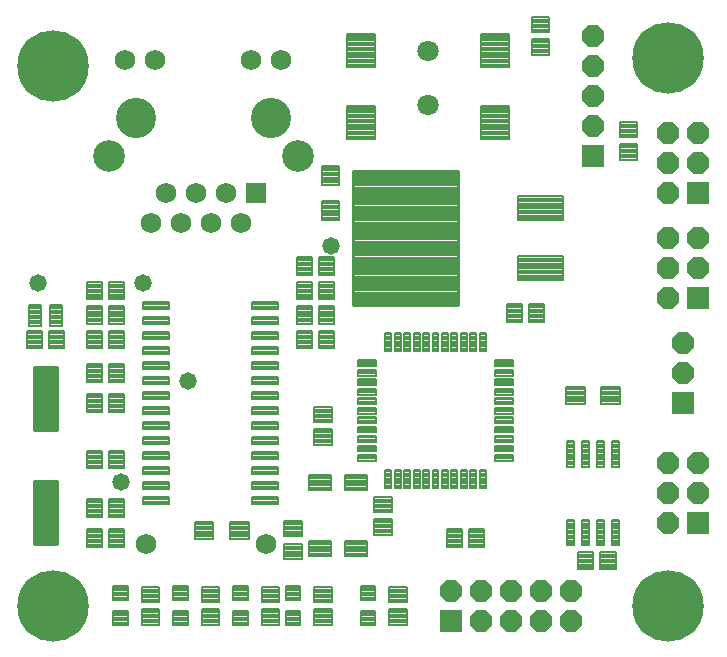
<source format=gts>
G75*
G70*
%OFA0B0*%
%FSLAX24Y24*%
%IPPOS*%
%LPD*%
%AMOC8*
5,1,8,0,0,1.08239X$1,22.5*
%
%ADD10C,0.0082*%
%ADD11C,0.0081*%
%ADD12C,0.0082*%
%ADD13C,0.0083*%
%ADD14C,0.0084*%
%ADD15C,0.0082*%
%ADD16C,0.0081*%
%ADD17C,0.0107*%
%ADD18C,0.0710*%
%ADD19C,0.0082*%
%ADD20C,0.0080*%
%ADD21R,0.0680X0.0680*%
%ADD22C,0.0680*%
%ADD23C,0.1340*%
%ADD24C,0.1055*%
%ADD25C,0.2380*%
%ADD26R,0.0720X0.0720*%
%ADD27OC8,0.0720*%
%ADD28C,0.0580*%
D10*
X006266Y010193D02*
X006266Y010427D01*
X006266Y010193D02*
X005402Y010193D01*
X005402Y010427D01*
X006266Y010427D01*
X006266Y010274D02*
X005402Y010274D01*
X005402Y010355D02*
X006266Y010355D01*
X006266Y010693D02*
X006266Y010927D01*
X006266Y010693D02*
X005402Y010693D01*
X005402Y010927D01*
X006266Y010927D01*
X006266Y010774D02*
X005402Y010774D01*
X005402Y010855D02*
X006266Y010855D01*
X006266Y011193D02*
X006266Y011427D01*
X006266Y011193D02*
X005402Y011193D01*
X005402Y011427D01*
X006266Y011427D01*
X006266Y011274D02*
X005402Y011274D01*
X005402Y011355D02*
X006266Y011355D01*
X006266Y011693D02*
X006266Y011927D01*
X006266Y011693D02*
X005402Y011693D01*
X005402Y011927D01*
X006266Y011927D01*
X006266Y011774D02*
X005402Y011774D01*
X005402Y011855D02*
X006266Y011855D01*
X006266Y012193D02*
X006266Y012427D01*
X006266Y012193D02*
X005402Y012193D01*
X005402Y012427D01*
X006266Y012427D01*
X006266Y012274D02*
X005402Y012274D01*
X005402Y012355D02*
X006266Y012355D01*
X006266Y012693D02*
X006266Y012927D01*
X006266Y012693D02*
X005402Y012693D01*
X005402Y012927D01*
X006266Y012927D01*
X006266Y012774D02*
X005402Y012774D01*
X005402Y012855D02*
X006266Y012855D01*
X006266Y013193D02*
X006266Y013427D01*
X006266Y013193D02*
X005402Y013193D01*
X005402Y013427D01*
X006266Y013427D01*
X006266Y013274D02*
X005402Y013274D01*
X005402Y013355D02*
X006266Y013355D01*
X006266Y013693D02*
X006266Y013927D01*
X006266Y013693D02*
X005402Y013693D01*
X005402Y013927D01*
X006266Y013927D01*
X006266Y013774D02*
X005402Y013774D01*
X005402Y013855D02*
X006266Y013855D01*
X006266Y014193D02*
X006266Y014427D01*
X006266Y014193D02*
X005402Y014193D01*
X005402Y014427D01*
X006266Y014427D01*
X006266Y014274D02*
X005402Y014274D01*
X005402Y014355D02*
X006266Y014355D01*
X006266Y014693D02*
X006266Y014927D01*
X006266Y014693D02*
X005402Y014693D01*
X005402Y014927D01*
X006266Y014927D01*
X006266Y014774D02*
X005402Y014774D01*
X005402Y014855D02*
X006266Y014855D01*
X006266Y015193D02*
X006266Y015427D01*
X006266Y015193D02*
X005402Y015193D01*
X005402Y015427D01*
X006266Y015427D01*
X006266Y015274D02*
X005402Y015274D01*
X005402Y015355D02*
X006266Y015355D01*
X006266Y015693D02*
X006266Y015927D01*
X006266Y015693D02*
X005402Y015693D01*
X005402Y015927D01*
X006266Y015927D01*
X006266Y015774D02*
X005402Y015774D01*
X005402Y015855D02*
X006266Y015855D01*
X006266Y016193D02*
X006266Y016427D01*
X006266Y016193D02*
X005402Y016193D01*
X005402Y016427D01*
X006266Y016427D01*
X006266Y016274D02*
X005402Y016274D01*
X005402Y016355D02*
X006266Y016355D01*
X006266Y016693D02*
X006266Y016927D01*
X006266Y016693D02*
X005402Y016693D01*
X005402Y016927D01*
X006266Y016927D01*
X006266Y016774D02*
X005402Y016774D01*
X005402Y016855D02*
X006266Y016855D01*
X009888Y016927D02*
X009888Y016693D01*
X009024Y016693D01*
X009024Y016927D01*
X009888Y016927D01*
X009888Y016774D02*
X009024Y016774D01*
X009024Y016855D02*
X009888Y016855D01*
X009888Y016427D02*
X009888Y016193D01*
X009024Y016193D01*
X009024Y016427D01*
X009888Y016427D01*
X009888Y016274D02*
X009024Y016274D01*
X009024Y016355D02*
X009888Y016355D01*
X009888Y015927D02*
X009888Y015693D01*
X009024Y015693D01*
X009024Y015927D01*
X009888Y015927D01*
X009888Y015774D02*
X009024Y015774D01*
X009024Y015855D02*
X009888Y015855D01*
X009888Y015427D02*
X009888Y015193D01*
X009024Y015193D01*
X009024Y015427D01*
X009888Y015427D01*
X009888Y015274D02*
X009024Y015274D01*
X009024Y015355D02*
X009888Y015355D01*
X009888Y014927D02*
X009888Y014693D01*
X009024Y014693D01*
X009024Y014927D01*
X009888Y014927D01*
X009888Y014774D02*
X009024Y014774D01*
X009024Y014855D02*
X009888Y014855D01*
X009888Y014427D02*
X009888Y014193D01*
X009024Y014193D01*
X009024Y014427D01*
X009888Y014427D01*
X009888Y014274D02*
X009024Y014274D01*
X009024Y014355D02*
X009888Y014355D01*
X009888Y013927D02*
X009888Y013693D01*
X009024Y013693D01*
X009024Y013927D01*
X009888Y013927D01*
X009888Y013774D02*
X009024Y013774D01*
X009024Y013855D02*
X009888Y013855D01*
X009888Y013427D02*
X009888Y013193D01*
X009024Y013193D01*
X009024Y013427D01*
X009888Y013427D01*
X009888Y013274D02*
X009024Y013274D01*
X009024Y013355D02*
X009888Y013355D01*
X009888Y012927D02*
X009888Y012693D01*
X009024Y012693D01*
X009024Y012927D01*
X009888Y012927D01*
X009888Y012774D02*
X009024Y012774D01*
X009024Y012855D02*
X009888Y012855D01*
X009888Y012427D02*
X009888Y012193D01*
X009024Y012193D01*
X009024Y012427D01*
X009888Y012427D01*
X009888Y012274D02*
X009024Y012274D01*
X009024Y012355D02*
X009888Y012355D01*
X009888Y011927D02*
X009888Y011693D01*
X009024Y011693D01*
X009024Y011927D01*
X009888Y011927D01*
X009888Y011774D02*
X009024Y011774D01*
X009024Y011855D02*
X009888Y011855D01*
X009888Y011427D02*
X009888Y011193D01*
X009024Y011193D01*
X009024Y011427D01*
X009888Y011427D01*
X009888Y011274D02*
X009024Y011274D01*
X009024Y011355D02*
X009888Y011355D01*
X009888Y010927D02*
X009888Y010693D01*
X009024Y010693D01*
X009024Y010927D01*
X009888Y010927D01*
X009888Y010774D02*
X009024Y010774D01*
X009024Y010855D02*
X009888Y010855D01*
X009888Y010427D02*
X009888Y010193D01*
X009024Y010193D01*
X009024Y010427D01*
X009888Y010427D01*
X009888Y010274D02*
X009024Y010274D01*
X009024Y010355D02*
X009888Y010355D01*
X019528Y009681D02*
X019762Y009681D01*
X019762Y008817D01*
X019528Y008817D01*
X019528Y009681D01*
X019528Y008898D02*
X019762Y008898D01*
X019762Y008979D02*
X019528Y008979D01*
X019528Y009060D02*
X019762Y009060D01*
X019762Y009141D02*
X019528Y009141D01*
X019528Y009222D02*
X019762Y009222D01*
X019762Y009303D02*
X019528Y009303D01*
X019528Y009384D02*
X019762Y009384D01*
X019762Y009465D02*
X019528Y009465D01*
X019528Y009546D02*
X019762Y009546D01*
X019762Y009627D02*
X019528Y009627D01*
X020028Y009681D02*
X020262Y009681D01*
X020262Y008817D01*
X020028Y008817D01*
X020028Y009681D01*
X020028Y008898D02*
X020262Y008898D01*
X020262Y008979D02*
X020028Y008979D01*
X020028Y009060D02*
X020262Y009060D01*
X020262Y009141D02*
X020028Y009141D01*
X020028Y009222D02*
X020262Y009222D01*
X020262Y009303D02*
X020028Y009303D01*
X020028Y009384D02*
X020262Y009384D01*
X020262Y009465D02*
X020028Y009465D01*
X020028Y009546D02*
X020262Y009546D01*
X020262Y009627D02*
X020028Y009627D01*
X020528Y009681D02*
X020762Y009681D01*
X020762Y008817D01*
X020528Y008817D01*
X020528Y009681D01*
X020528Y008898D02*
X020762Y008898D01*
X020762Y008979D02*
X020528Y008979D01*
X020528Y009060D02*
X020762Y009060D01*
X020762Y009141D02*
X020528Y009141D01*
X020528Y009222D02*
X020762Y009222D01*
X020762Y009303D02*
X020528Y009303D01*
X020528Y009384D02*
X020762Y009384D01*
X020762Y009465D02*
X020528Y009465D01*
X020528Y009546D02*
X020762Y009546D01*
X020762Y009627D02*
X020528Y009627D01*
X021028Y009681D02*
X021262Y009681D01*
X021262Y008817D01*
X021028Y008817D01*
X021028Y009681D01*
X021028Y008898D02*
X021262Y008898D01*
X021262Y008979D02*
X021028Y008979D01*
X021028Y009060D02*
X021262Y009060D01*
X021262Y009141D02*
X021028Y009141D01*
X021028Y009222D02*
X021262Y009222D01*
X021262Y009303D02*
X021028Y009303D01*
X021028Y009384D02*
X021262Y009384D01*
X021262Y009465D02*
X021028Y009465D01*
X021028Y009546D02*
X021262Y009546D01*
X021262Y009627D02*
X021028Y009627D01*
X021028Y012303D02*
X021262Y012303D01*
X021262Y011439D01*
X021028Y011439D01*
X021028Y012303D01*
X021028Y011520D02*
X021262Y011520D01*
X021262Y011601D02*
X021028Y011601D01*
X021028Y011682D02*
X021262Y011682D01*
X021262Y011763D02*
X021028Y011763D01*
X021028Y011844D02*
X021262Y011844D01*
X021262Y011925D02*
X021028Y011925D01*
X021028Y012006D02*
X021262Y012006D01*
X021262Y012087D02*
X021028Y012087D01*
X021028Y012168D02*
X021262Y012168D01*
X021262Y012249D02*
X021028Y012249D01*
X020762Y012303D02*
X020528Y012303D01*
X020762Y012303D02*
X020762Y011439D01*
X020528Y011439D01*
X020528Y012303D01*
X020528Y011520D02*
X020762Y011520D01*
X020762Y011601D02*
X020528Y011601D01*
X020528Y011682D02*
X020762Y011682D01*
X020762Y011763D02*
X020528Y011763D01*
X020528Y011844D02*
X020762Y011844D01*
X020762Y011925D02*
X020528Y011925D01*
X020528Y012006D02*
X020762Y012006D01*
X020762Y012087D02*
X020528Y012087D01*
X020528Y012168D02*
X020762Y012168D01*
X020762Y012249D02*
X020528Y012249D01*
X020262Y012303D02*
X020028Y012303D01*
X020262Y012303D02*
X020262Y011439D01*
X020028Y011439D01*
X020028Y012303D01*
X020028Y011520D02*
X020262Y011520D01*
X020262Y011601D02*
X020028Y011601D01*
X020028Y011682D02*
X020262Y011682D01*
X020262Y011763D02*
X020028Y011763D01*
X020028Y011844D02*
X020262Y011844D01*
X020262Y011925D02*
X020028Y011925D01*
X020028Y012006D02*
X020262Y012006D01*
X020262Y012087D02*
X020028Y012087D01*
X020028Y012168D02*
X020262Y012168D01*
X020262Y012249D02*
X020028Y012249D01*
X019762Y012303D02*
X019528Y012303D01*
X019762Y012303D02*
X019762Y011439D01*
X019528Y011439D01*
X019528Y012303D01*
X019528Y011520D02*
X019762Y011520D01*
X019762Y011601D02*
X019528Y011601D01*
X019528Y011682D02*
X019762Y011682D01*
X019762Y011763D02*
X019528Y011763D01*
X019528Y011844D02*
X019762Y011844D01*
X019762Y011925D02*
X019528Y011925D01*
X019528Y012006D02*
X019762Y012006D01*
X019762Y012087D02*
X019528Y012087D01*
X019528Y012168D02*
X019762Y012168D01*
X019762Y012249D02*
X019528Y012249D01*
D11*
X012125Y011160D02*
X012125Y010660D01*
X012125Y011160D02*
X012865Y011160D01*
X012865Y010660D01*
X012125Y010660D01*
X012125Y010740D02*
X012865Y010740D01*
X012865Y010820D02*
X012125Y010820D01*
X012125Y010900D02*
X012865Y010900D01*
X012865Y010980D02*
X012125Y010980D01*
X012125Y011060D02*
X012865Y011060D01*
X012865Y011140D02*
X012125Y011140D01*
X010925Y011160D02*
X010925Y010660D01*
X010925Y011160D02*
X011665Y011160D01*
X011665Y010660D01*
X010925Y010660D01*
X010925Y010740D02*
X011665Y010740D01*
X011665Y010820D02*
X010925Y010820D01*
X010925Y010900D02*
X011665Y010900D01*
X011665Y010980D02*
X010925Y010980D01*
X010925Y011060D02*
X011665Y011060D01*
X011665Y011140D02*
X010925Y011140D01*
X010925Y008960D02*
X010925Y008460D01*
X010925Y008960D02*
X011665Y008960D01*
X011665Y008460D01*
X010925Y008460D01*
X010925Y008540D02*
X011665Y008540D01*
X011665Y008620D02*
X010925Y008620D01*
X010925Y008700D02*
X011665Y008700D01*
X011665Y008780D02*
X010925Y008780D01*
X010925Y008860D02*
X011665Y008860D01*
X011665Y008940D02*
X010925Y008940D01*
X012125Y008960D02*
X012125Y008460D01*
X012125Y008960D02*
X012865Y008960D01*
X012865Y008460D01*
X012125Y008460D01*
X012125Y008540D02*
X012865Y008540D01*
X012865Y008620D02*
X012125Y008620D01*
X012125Y008700D02*
X012865Y008700D01*
X012865Y008780D02*
X012125Y008780D01*
X012125Y008860D02*
X012865Y008860D01*
X012865Y008940D02*
X012125Y008940D01*
D12*
X008925Y009584D02*
X008297Y009584D01*
X008925Y009584D02*
X008925Y009036D01*
X008297Y009036D01*
X008297Y009584D01*
X008297Y009117D02*
X008925Y009117D01*
X008925Y009198D02*
X008297Y009198D01*
X008297Y009279D02*
X008925Y009279D01*
X008925Y009360D02*
X008297Y009360D01*
X008297Y009441D02*
X008925Y009441D01*
X008925Y009522D02*
X008297Y009522D01*
X007743Y009036D02*
X007115Y009036D01*
X007115Y009584D01*
X007743Y009584D01*
X007743Y009036D01*
X007743Y009117D02*
X007115Y009117D01*
X007115Y009198D02*
X007743Y009198D01*
X007743Y009279D02*
X007115Y009279D01*
X007115Y009360D02*
X007743Y009360D01*
X007743Y009441D02*
X007115Y009441D01*
X007115Y009522D02*
X007743Y009522D01*
X019490Y013536D02*
X020118Y013536D01*
X019490Y013536D02*
X019490Y014084D01*
X020118Y014084D01*
X020118Y013536D01*
X020118Y013617D02*
X019490Y013617D01*
X019490Y013698D02*
X020118Y013698D01*
X020118Y013779D02*
X019490Y013779D01*
X019490Y013860D02*
X020118Y013860D01*
X020118Y013941D02*
X019490Y013941D01*
X019490Y014022D02*
X020118Y014022D01*
X020672Y014084D02*
X021300Y014084D01*
X021300Y013536D01*
X020672Y013536D01*
X020672Y014084D01*
X020672Y013617D02*
X021300Y013617D01*
X021300Y013698D02*
X020672Y013698D01*
X020672Y013779D02*
X021300Y013779D01*
X021300Y013860D02*
X020672Y013860D01*
X020672Y013941D02*
X021300Y013941D01*
X021300Y014022D02*
X020672Y014022D01*
X011919Y019655D02*
X011919Y020283D01*
X011919Y019655D02*
X011371Y019655D01*
X011371Y020283D01*
X011919Y020283D01*
X011919Y019736D02*
X011371Y019736D01*
X011371Y019817D02*
X011919Y019817D01*
X011919Y019898D02*
X011371Y019898D01*
X011371Y019979D02*
X011919Y019979D01*
X011919Y020060D02*
X011371Y020060D01*
X011371Y020141D02*
X011919Y020141D01*
X011919Y020222D02*
X011371Y020222D01*
X011371Y020836D02*
X011371Y021464D01*
X011919Y021464D01*
X011919Y020836D01*
X011371Y020836D01*
X011371Y020917D02*
X011919Y020917D01*
X011919Y020998D02*
X011371Y020998D01*
X011371Y021079D02*
X011919Y021079D01*
X011919Y021160D02*
X011371Y021160D01*
X011371Y021241D02*
X011919Y021241D01*
X011919Y021322D02*
X011371Y021322D01*
X011371Y021403D02*
X011919Y021403D01*
D13*
X004880Y006161D02*
X004410Y006161D01*
X004410Y006631D01*
X004880Y006631D01*
X004880Y006161D01*
X004880Y006243D02*
X004410Y006243D01*
X004410Y006325D02*
X004880Y006325D01*
X004880Y006407D02*
X004410Y006407D01*
X004410Y006489D02*
X004880Y006489D01*
X004880Y006571D02*
X004410Y006571D01*
X004410Y006988D02*
X004880Y006988D01*
X004410Y006988D02*
X004410Y007458D01*
X004880Y007458D01*
X004880Y006988D01*
X004880Y007070D02*
X004410Y007070D01*
X004410Y007152D02*
X004880Y007152D01*
X004880Y007234D02*
X004410Y007234D01*
X004410Y007316D02*
X004880Y007316D01*
X004880Y007398D02*
X004410Y007398D01*
X005351Y007439D02*
X005351Y006929D01*
X005351Y007439D02*
X005939Y007439D01*
X005939Y006929D01*
X005351Y006929D01*
X005351Y007011D02*
X005939Y007011D01*
X005939Y007093D02*
X005351Y007093D01*
X005351Y007175D02*
X005939Y007175D01*
X005939Y007257D02*
X005351Y007257D01*
X005351Y007339D02*
X005939Y007339D01*
X005939Y007421D02*
X005351Y007421D01*
X005351Y006691D02*
X005351Y006181D01*
X005351Y006691D02*
X005939Y006691D01*
X005939Y006181D01*
X005351Y006181D01*
X005351Y006263D02*
X005939Y006263D01*
X005939Y006345D02*
X005351Y006345D01*
X005351Y006427D02*
X005939Y006427D01*
X005939Y006509D02*
X005351Y006509D01*
X005351Y006591D02*
X005939Y006591D01*
X005939Y006673D02*
X005351Y006673D01*
X006410Y006161D02*
X006880Y006161D01*
X006410Y006161D02*
X006410Y006631D01*
X006880Y006631D01*
X006880Y006161D01*
X006880Y006243D02*
X006410Y006243D01*
X006410Y006325D02*
X006880Y006325D01*
X006880Y006407D02*
X006410Y006407D01*
X006410Y006489D02*
X006880Y006489D01*
X006880Y006571D02*
X006410Y006571D01*
X006410Y006988D02*
X006880Y006988D01*
X006410Y006988D02*
X006410Y007458D01*
X006880Y007458D01*
X006880Y006988D01*
X006880Y007070D02*
X006410Y007070D01*
X006410Y007152D02*
X006880Y007152D01*
X006880Y007234D02*
X006410Y007234D01*
X006410Y007316D02*
X006880Y007316D01*
X006880Y007398D02*
X006410Y007398D01*
X007351Y007439D02*
X007351Y006929D01*
X007351Y007439D02*
X007939Y007439D01*
X007939Y006929D01*
X007351Y006929D01*
X007351Y007011D02*
X007939Y007011D01*
X007939Y007093D02*
X007351Y007093D01*
X007351Y007175D02*
X007939Y007175D01*
X007939Y007257D02*
X007351Y007257D01*
X007351Y007339D02*
X007939Y007339D01*
X007939Y007421D02*
X007351Y007421D01*
X007351Y006691D02*
X007351Y006181D01*
X007351Y006691D02*
X007939Y006691D01*
X007939Y006181D01*
X007351Y006181D01*
X007351Y006263D02*
X007939Y006263D01*
X007939Y006345D02*
X007351Y006345D01*
X007351Y006427D02*
X007939Y006427D01*
X007939Y006509D02*
X007351Y006509D01*
X007351Y006591D02*
X007939Y006591D01*
X007939Y006673D02*
X007351Y006673D01*
X008410Y006161D02*
X008880Y006161D01*
X008410Y006161D02*
X008410Y006631D01*
X008880Y006631D01*
X008880Y006161D01*
X008880Y006243D02*
X008410Y006243D01*
X008410Y006325D02*
X008880Y006325D01*
X008880Y006407D02*
X008410Y006407D01*
X008410Y006489D02*
X008880Y006489D01*
X008880Y006571D02*
X008410Y006571D01*
X008410Y006988D02*
X008880Y006988D01*
X008410Y006988D02*
X008410Y007458D01*
X008880Y007458D01*
X008880Y006988D01*
X008880Y007070D02*
X008410Y007070D01*
X008410Y007152D02*
X008880Y007152D01*
X008880Y007234D02*
X008410Y007234D01*
X008410Y007316D02*
X008880Y007316D01*
X008880Y007398D02*
X008410Y007398D01*
X009351Y007439D02*
X009351Y006929D01*
X009351Y007439D02*
X009939Y007439D01*
X009939Y006929D01*
X009351Y006929D01*
X009351Y007011D02*
X009939Y007011D01*
X009939Y007093D02*
X009351Y007093D01*
X009351Y007175D02*
X009939Y007175D01*
X009939Y007257D02*
X009351Y007257D01*
X009351Y007339D02*
X009939Y007339D01*
X009939Y007421D02*
X009351Y007421D01*
X009351Y006691D02*
X009351Y006181D01*
X009351Y006691D02*
X009939Y006691D01*
X009939Y006181D01*
X009351Y006181D01*
X009351Y006263D02*
X009939Y006263D01*
X009939Y006345D02*
X009351Y006345D01*
X009351Y006427D02*
X009939Y006427D01*
X009939Y006509D02*
X009351Y006509D01*
X009351Y006591D02*
X009939Y006591D01*
X009939Y006673D02*
X009351Y006673D01*
X010160Y006161D02*
X010630Y006161D01*
X010160Y006161D02*
X010160Y006631D01*
X010630Y006631D01*
X010630Y006161D01*
X010630Y006243D02*
X010160Y006243D01*
X010160Y006325D02*
X010630Y006325D01*
X010630Y006407D02*
X010160Y006407D01*
X010160Y006489D02*
X010630Y006489D01*
X010630Y006571D02*
X010160Y006571D01*
X010160Y006988D02*
X010630Y006988D01*
X010160Y006988D02*
X010160Y007458D01*
X010630Y007458D01*
X010630Y006988D01*
X010630Y007070D02*
X010160Y007070D01*
X010160Y007152D02*
X010630Y007152D01*
X010630Y007234D02*
X010160Y007234D01*
X010160Y007316D02*
X010630Y007316D01*
X010630Y007398D02*
X010160Y007398D01*
X011101Y007439D02*
X011101Y006929D01*
X011101Y007439D02*
X011689Y007439D01*
X011689Y006929D01*
X011101Y006929D01*
X011101Y007011D02*
X011689Y007011D01*
X011689Y007093D02*
X011101Y007093D01*
X011101Y007175D02*
X011689Y007175D01*
X011689Y007257D02*
X011101Y007257D01*
X011101Y007339D02*
X011689Y007339D01*
X011689Y007421D02*
X011101Y007421D01*
X011101Y006691D02*
X011101Y006181D01*
X011101Y006691D02*
X011689Y006691D01*
X011689Y006181D01*
X011101Y006181D01*
X011101Y006263D02*
X011689Y006263D01*
X011689Y006345D02*
X011101Y006345D01*
X011101Y006427D02*
X011689Y006427D01*
X011689Y006509D02*
X011101Y006509D01*
X011101Y006591D02*
X011689Y006591D01*
X011689Y006673D02*
X011101Y006673D01*
X012660Y006161D02*
X013130Y006161D01*
X012660Y006161D02*
X012660Y006631D01*
X013130Y006631D01*
X013130Y006161D01*
X013130Y006243D02*
X012660Y006243D01*
X012660Y006325D02*
X013130Y006325D01*
X013130Y006407D02*
X012660Y006407D01*
X012660Y006489D02*
X013130Y006489D01*
X013130Y006571D02*
X012660Y006571D01*
X012660Y006988D02*
X013130Y006988D01*
X012660Y006988D02*
X012660Y007458D01*
X013130Y007458D01*
X013130Y006988D01*
X013130Y007070D02*
X012660Y007070D01*
X012660Y007152D02*
X013130Y007152D01*
X013130Y007234D02*
X012660Y007234D01*
X012660Y007316D02*
X013130Y007316D01*
X013130Y007398D02*
X012660Y007398D01*
X013601Y007439D02*
X013601Y006929D01*
X013601Y007439D02*
X014189Y007439D01*
X014189Y006929D01*
X013601Y006929D01*
X013601Y007011D02*
X014189Y007011D01*
X014189Y007093D02*
X013601Y007093D01*
X013601Y007175D02*
X014189Y007175D01*
X014189Y007257D02*
X013601Y007257D01*
X013601Y007339D02*
X014189Y007339D01*
X014189Y007421D02*
X013601Y007421D01*
X013601Y006691D02*
X013601Y006181D01*
X013601Y006691D02*
X014189Y006691D01*
X014189Y006181D01*
X013601Y006181D01*
X013601Y006263D02*
X014189Y006263D01*
X014189Y006345D02*
X013601Y006345D01*
X013601Y006427D02*
X014189Y006427D01*
X014189Y006509D02*
X013601Y006509D01*
X013601Y006591D02*
X014189Y006591D01*
X014189Y006673D02*
X013601Y006673D01*
X010101Y008368D02*
X010101Y008878D01*
X010689Y008878D01*
X010689Y008368D01*
X010101Y008368D01*
X010101Y008450D02*
X010689Y008450D01*
X010689Y008532D02*
X010101Y008532D01*
X010101Y008614D02*
X010689Y008614D01*
X010689Y008696D02*
X010101Y008696D01*
X010101Y008778D02*
X010689Y008778D01*
X010689Y008860D02*
X010101Y008860D01*
X010101Y009116D02*
X010101Y009626D01*
X010689Y009626D01*
X010689Y009116D01*
X010101Y009116D01*
X010101Y009198D02*
X010689Y009198D01*
X010689Y009280D02*
X010101Y009280D01*
X010101Y009362D02*
X010689Y009362D01*
X010689Y009444D02*
X010101Y009444D01*
X010101Y009526D02*
X010689Y009526D01*
X010689Y009608D02*
X010101Y009608D01*
X013101Y009691D02*
X013101Y009181D01*
X013101Y009691D02*
X013689Y009691D01*
X013689Y009181D01*
X013101Y009181D01*
X013101Y009263D02*
X013689Y009263D01*
X013689Y009345D02*
X013101Y009345D01*
X013101Y009427D02*
X013689Y009427D01*
X013689Y009509D02*
X013101Y009509D01*
X013101Y009591D02*
X013689Y009591D01*
X013689Y009673D02*
X013101Y009673D01*
X013101Y009929D02*
X013101Y010439D01*
X013689Y010439D01*
X013689Y009929D01*
X013101Y009929D01*
X013101Y010011D02*
X013689Y010011D01*
X013689Y010093D02*
X013101Y010093D01*
X013101Y010175D02*
X013689Y010175D01*
X013689Y010257D02*
X013101Y010257D01*
X013101Y010339D02*
X013689Y010339D01*
X013689Y010421D02*
X013101Y010421D01*
X015516Y009354D02*
X016026Y009354D01*
X016026Y008766D01*
X015516Y008766D01*
X015516Y009354D01*
X015516Y008848D02*
X016026Y008848D01*
X016026Y008930D02*
X015516Y008930D01*
X015516Y009012D02*
X016026Y009012D01*
X016026Y009094D02*
X015516Y009094D01*
X015516Y009176D02*
X016026Y009176D01*
X016026Y009258D02*
X015516Y009258D01*
X015516Y009340D02*
X016026Y009340D01*
X016264Y009354D02*
X016774Y009354D01*
X016774Y008766D01*
X016264Y008766D01*
X016264Y009354D01*
X016264Y008848D02*
X016774Y008848D01*
X016774Y008930D02*
X016264Y008930D01*
X016264Y009012D02*
X016774Y009012D01*
X016774Y009094D02*
X016264Y009094D01*
X016264Y009176D02*
X016774Y009176D01*
X016774Y009258D02*
X016264Y009258D01*
X016264Y009340D02*
X016774Y009340D01*
X019891Y008604D02*
X020401Y008604D01*
X020401Y008016D01*
X019891Y008016D01*
X019891Y008604D01*
X019891Y008098D02*
X020401Y008098D01*
X020401Y008180D02*
X019891Y008180D01*
X019891Y008262D02*
X020401Y008262D01*
X020401Y008344D02*
X019891Y008344D01*
X019891Y008426D02*
X020401Y008426D01*
X020401Y008508D02*
X019891Y008508D01*
X019891Y008590D02*
X020401Y008590D01*
X020639Y008604D02*
X021149Y008604D01*
X021149Y008016D01*
X020639Y008016D01*
X020639Y008604D01*
X020639Y008098D02*
X021149Y008098D01*
X021149Y008180D02*
X020639Y008180D01*
X020639Y008262D02*
X021149Y008262D01*
X021149Y008344D02*
X020639Y008344D01*
X020639Y008426D02*
X021149Y008426D01*
X021149Y008508D02*
X020639Y008508D01*
X020639Y008590D02*
X021149Y008590D01*
X011101Y012181D02*
X011101Y012691D01*
X011689Y012691D01*
X011689Y012181D01*
X011101Y012181D01*
X011101Y012263D02*
X011689Y012263D01*
X011689Y012345D02*
X011101Y012345D01*
X011101Y012427D02*
X011689Y012427D01*
X011689Y012509D02*
X011101Y012509D01*
X011101Y012591D02*
X011689Y012591D01*
X011689Y012673D02*
X011101Y012673D01*
X011101Y012929D02*
X011101Y013439D01*
X011689Y013439D01*
X011689Y012929D01*
X011101Y012929D01*
X011101Y013011D02*
X011689Y013011D01*
X011689Y013093D02*
X011101Y013093D01*
X011101Y013175D02*
X011689Y013175D01*
X011689Y013257D02*
X011101Y013257D01*
X011101Y013339D02*
X011689Y013339D01*
X011689Y013421D02*
X011101Y013421D01*
X011026Y015391D02*
X010516Y015391D01*
X010516Y015979D01*
X011026Y015979D01*
X011026Y015391D01*
X011026Y015473D02*
X010516Y015473D01*
X010516Y015555D02*
X011026Y015555D01*
X011026Y015637D02*
X010516Y015637D01*
X010516Y015719D02*
X011026Y015719D01*
X011026Y015801D02*
X010516Y015801D01*
X010516Y015883D02*
X011026Y015883D01*
X011026Y015965D02*
X010516Y015965D01*
X010516Y016203D02*
X011026Y016203D01*
X010516Y016203D02*
X010516Y016791D01*
X011026Y016791D01*
X011026Y016203D01*
X011026Y016285D02*
X010516Y016285D01*
X010516Y016367D02*
X011026Y016367D01*
X011026Y016449D02*
X010516Y016449D01*
X010516Y016531D02*
X011026Y016531D01*
X011026Y016613D02*
X010516Y016613D01*
X010516Y016695D02*
X011026Y016695D01*
X011026Y016777D02*
X010516Y016777D01*
X010516Y017604D02*
X011026Y017604D01*
X011026Y017016D01*
X010516Y017016D01*
X010516Y017604D01*
X010516Y017098D02*
X011026Y017098D01*
X011026Y017180D02*
X010516Y017180D01*
X010516Y017262D02*
X011026Y017262D01*
X011026Y017344D02*
X010516Y017344D01*
X010516Y017426D02*
X011026Y017426D01*
X011026Y017508D02*
X010516Y017508D01*
X010516Y017590D02*
X011026Y017590D01*
X011264Y017604D02*
X011774Y017604D01*
X011774Y017016D01*
X011264Y017016D01*
X011264Y017604D01*
X011264Y017098D02*
X011774Y017098D01*
X011774Y017180D02*
X011264Y017180D01*
X011264Y017262D02*
X011774Y017262D01*
X011774Y017344D02*
X011264Y017344D01*
X011264Y017426D02*
X011774Y017426D01*
X011774Y017508D02*
X011264Y017508D01*
X011264Y017590D02*
X011774Y017590D01*
X011774Y018416D02*
X011264Y018416D01*
X011774Y018416D02*
X011774Y017828D01*
X011264Y017828D01*
X011264Y018416D01*
X011264Y017910D02*
X011774Y017910D01*
X011774Y017992D02*
X011264Y017992D01*
X011264Y018074D02*
X011774Y018074D01*
X011774Y018156D02*
X011264Y018156D01*
X011264Y018238D02*
X011774Y018238D01*
X011774Y018320D02*
X011264Y018320D01*
X011264Y018402D02*
X011774Y018402D01*
X011026Y018416D02*
X010516Y018416D01*
X011026Y018416D02*
X011026Y017828D01*
X010516Y017828D01*
X010516Y018416D01*
X010516Y017910D02*
X011026Y017910D01*
X011026Y017992D02*
X010516Y017992D01*
X010516Y018074D02*
X011026Y018074D01*
X011026Y018156D02*
X010516Y018156D01*
X010516Y018238D02*
X011026Y018238D01*
X011026Y018320D02*
X010516Y018320D01*
X010516Y018402D02*
X011026Y018402D01*
X011264Y016203D02*
X011774Y016203D01*
X011264Y016203D02*
X011264Y016791D01*
X011774Y016791D01*
X011774Y016203D01*
X011774Y016285D02*
X011264Y016285D01*
X011264Y016367D02*
X011774Y016367D01*
X011774Y016449D02*
X011264Y016449D01*
X011264Y016531D02*
X011774Y016531D01*
X011774Y016613D02*
X011264Y016613D01*
X011264Y016695D02*
X011774Y016695D01*
X011774Y016777D02*
X011264Y016777D01*
X011264Y015391D02*
X011774Y015391D01*
X011264Y015391D02*
X011264Y015979D01*
X011774Y015979D01*
X011774Y015391D01*
X011774Y015473D02*
X011264Y015473D01*
X011264Y015555D02*
X011774Y015555D01*
X011774Y015637D02*
X011264Y015637D01*
X011264Y015719D02*
X011774Y015719D01*
X011774Y015801D02*
X011264Y015801D01*
X011264Y015883D02*
X011774Y015883D01*
X011774Y015965D02*
X011264Y015965D01*
X017516Y016266D02*
X018026Y016266D01*
X017516Y016266D02*
X017516Y016854D01*
X018026Y016854D01*
X018026Y016266D01*
X018026Y016348D02*
X017516Y016348D01*
X017516Y016430D02*
X018026Y016430D01*
X018026Y016512D02*
X017516Y016512D01*
X017516Y016594D02*
X018026Y016594D01*
X018026Y016676D02*
X017516Y016676D01*
X017516Y016758D02*
X018026Y016758D01*
X018026Y016840D02*
X017516Y016840D01*
X018264Y016266D02*
X018774Y016266D01*
X018264Y016266D02*
X018264Y016854D01*
X018774Y016854D01*
X018774Y016266D01*
X018774Y016348D02*
X018264Y016348D01*
X018264Y016430D02*
X018774Y016430D01*
X018774Y016512D02*
X018264Y016512D01*
X018264Y016594D02*
X018774Y016594D01*
X018774Y016676D02*
X018264Y016676D01*
X018264Y016758D02*
X018774Y016758D01*
X018774Y016840D02*
X018264Y016840D01*
X021877Y021681D02*
X021877Y022191D01*
X021877Y021681D02*
X021289Y021681D01*
X021289Y022191D01*
X021877Y022191D01*
X021877Y021763D02*
X021289Y021763D01*
X021289Y021845D02*
X021877Y021845D01*
X021877Y021927D02*
X021289Y021927D01*
X021289Y022009D02*
X021877Y022009D01*
X021877Y022091D02*
X021289Y022091D01*
X021289Y022173D02*
X021877Y022173D01*
X021877Y022429D02*
X021877Y022939D01*
X021877Y022429D02*
X021289Y022429D01*
X021289Y022939D01*
X021877Y022939D01*
X021877Y022511D02*
X021289Y022511D01*
X021289Y022593D02*
X021877Y022593D01*
X021877Y022675D02*
X021289Y022675D01*
X021289Y022757D02*
X021877Y022757D01*
X021877Y022839D02*
X021289Y022839D01*
X021289Y022921D02*
X021877Y022921D01*
X018939Y025181D02*
X018939Y025691D01*
X018939Y025181D02*
X018351Y025181D01*
X018351Y025691D01*
X018939Y025691D01*
X018939Y025263D02*
X018351Y025263D01*
X018351Y025345D02*
X018939Y025345D01*
X018939Y025427D02*
X018351Y025427D01*
X018351Y025509D02*
X018939Y025509D01*
X018939Y025591D02*
X018351Y025591D01*
X018351Y025673D02*
X018939Y025673D01*
X018939Y025929D02*
X018939Y026439D01*
X018939Y025929D02*
X018351Y025929D01*
X018351Y026439D01*
X018939Y026439D01*
X018939Y026011D02*
X018351Y026011D01*
X018351Y026093D02*
X018939Y026093D01*
X018939Y026175D02*
X018351Y026175D01*
X018351Y026257D02*
X018939Y026257D01*
X018939Y026339D02*
X018351Y026339D01*
X018351Y026421D02*
X018939Y026421D01*
X004774Y017604D02*
X004264Y017604D01*
X004774Y017604D02*
X004774Y017016D01*
X004264Y017016D01*
X004264Y017604D01*
X004264Y017098D02*
X004774Y017098D01*
X004774Y017180D02*
X004264Y017180D01*
X004264Y017262D02*
X004774Y017262D01*
X004774Y017344D02*
X004264Y017344D01*
X004264Y017426D02*
X004774Y017426D01*
X004774Y017508D02*
X004264Y017508D01*
X004264Y017590D02*
X004774Y017590D01*
X004026Y017604D02*
X003516Y017604D01*
X004026Y017604D02*
X004026Y017016D01*
X003516Y017016D01*
X003516Y017604D01*
X003516Y017098D02*
X004026Y017098D01*
X004026Y017180D02*
X003516Y017180D01*
X003516Y017262D02*
X004026Y017262D01*
X004026Y017344D02*
X003516Y017344D01*
X003516Y017426D02*
X004026Y017426D01*
X004026Y017508D02*
X003516Y017508D01*
X003516Y017590D02*
X004026Y017590D01*
X004026Y016791D02*
X003516Y016791D01*
X004026Y016791D02*
X004026Y016203D01*
X003516Y016203D01*
X003516Y016791D01*
X003516Y016285D02*
X004026Y016285D01*
X004026Y016367D02*
X003516Y016367D01*
X003516Y016449D02*
X004026Y016449D01*
X004026Y016531D02*
X003516Y016531D01*
X003516Y016613D02*
X004026Y016613D01*
X004026Y016695D02*
X003516Y016695D01*
X003516Y016777D02*
X004026Y016777D01*
X004264Y016791D02*
X004774Y016791D01*
X004774Y016203D01*
X004264Y016203D01*
X004264Y016791D01*
X004264Y016285D02*
X004774Y016285D01*
X004774Y016367D02*
X004264Y016367D01*
X004264Y016449D02*
X004774Y016449D01*
X004774Y016531D02*
X004264Y016531D01*
X004264Y016613D02*
X004774Y016613D01*
X004774Y016695D02*
X004264Y016695D01*
X004264Y016777D02*
X004774Y016777D01*
X004774Y015979D02*
X004264Y015979D01*
X004774Y015979D02*
X004774Y015391D01*
X004264Y015391D01*
X004264Y015979D01*
X004264Y015473D02*
X004774Y015473D01*
X004774Y015555D02*
X004264Y015555D01*
X004264Y015637D02*
X004774Y015637D01*
X004774Y015719D02*
X004264Y015719D01*
X004264Y015801D02*
X004774Y015801D01*
X004774Y015883D02*
X004264Y015883D01*
X004264Y015965D02*
X004774Y015965D01*
X004026Y015979D02*
X003516Y015979D01*
X004026Y015979D02*
X004026Y015391D01*
X003516Y015391D01*
X003516Y015979D01*
X003516Y015473D02*
X004026Y015473D01*
X004026Y015555D02*
X003516Y015555D01*
X003516Y015637D02*
X004026Y015637D01*
X004026Y015719D02*
X003516Y015719D01*
X003516Y015801D02*
X004026Y015801D01*
X004026Y015883D02*
X003516Y015883D01*
X003516Y015965D02*
X004026Y015965D01*
X002774Y015979D02*
X002264Y015979D01*
X002774Y015979D02*
X002774Y015391D01*
X002264Y015391D01*
X002264Y015979D01*
X002264Y015473D02*
X002774Y015473D01*
X002774Y015555D02*
X002264Y015555D01*
X002264Y015637D02*
X002774Y015637D01*
X002774Y015719D02*
X002264Y015719D01*
X002264Y015801D02*
X002774Y015801D01*
X002774Y015883D02*
X002264Y015883D01*
X002264Y015965D02*
X002774Y015965D01*
X002026Y015979D02*
X001516Y015979D01*
X002026Y015979D02*
X002026Y015391D01*
X001516Y015391D01*
X001516Y015979D01*
X001516Y015473D02*
X002026Y015473D01*
X002026Y015555D02*
X001516Y015555D01*
X001516Y015637D02*
X002026Y015637D01*
X002026Y015719D02*
X001516Y015719D01*
X001516Y015801D02*
X002026Y015801D01*
X002026Y015883D02*
X001516Y015883D01*
X001516Y015965D02*
X002026Y015965D01*
X003516Y014854D02*
X004026Y014854D01*
X004026Y014266D01*
X003516Y014266D01*
X003516Y014854D01*
X003516Y014348D02*
X004026Y014348D01*
X004026Y014430D02*
X003516Y014430D01*
X003516Y014512D02*
X004026Y014512D01*
X004026Y014594D02*
X003516Y014594D01*
X003516Y014676D02*
X004026Y014676D01*
X004026Y014758D02*
X003516Y014758D01*
X003516Y014840D02*
X004026Y014840D01*
X004264Y014854D02*
X004774Y014854D01*
X004774Y014266D01*
X004264Y014266D01*
X004264Y014854D01*
X004264Y014348D02*
X004774Y014348D01*
X004774Y014430D02*
X004264Y014430D01*
X004264Y014512D02*
X004774Y014512D01*
X004774Y014594D02*
X004264Y014594D01*
X004264Y014676D02*
X004774Y014676D01*
X004774Y014758D02*
X004264Y014758D01*
X004264Y014840D02*
X004774Y014840D01*
X004774Y013266D02*
X004264Y013266D01*
X004264Y013854D01*
X004774Y013854D01*
X004774Y013266D01*
X004774Y013348D02*
X004264Y013348D01*
X004264Y013430D02*
X004774Y013430D01*
X004774Y013512D02*
X004264Y013512D01*
X004264Y013594D02*
X004774Y013594D01*
X004774Y013676D02*
X004264Y013676D01*
X004264Y013758D02*
X004774Y013758D01*
X004774Y013840D02*
X004264Y013840D01*
X004026Y013266D02*
X003516Y013266D01*
X003516Y013854D01*
X004026Y013854D01*
X004026Y013266D01*
X004026Y013348D02*
X003516Y013348D01*
X003516Y013430D02*
X004026Y013430D01*
X004026Y013512D02*
X003516Y013512D01*
X003516Y013594D02*
X004026Y013594D01*
X004026Y013676D02*
X003516Y013676D01*
X003516Y013758D02*
X004026Y013758D01*
X004026Y013840D02*
X003516Y013840D01*
X003516Y011979D02*
X004026Y011979D01*
X004026Y011391D01*
X003516Y011391D01*
X003516Y011979D01*
X003516Y011473D02*
X004026Y011473D01*
X004026Y011555D02*
X003516Y011555D01*
X003516Y011637D02*
X004026Y011637D01*
X004026Y011719D02*
X003516Y011719D01*
X003516Y011801D02*
X004026Y011801D01*
X004026Y011883D02*
X003516Y011883D01*
X003516Y011965D02*
X004026Y011965D01*
X004264Y011979D02*
X004774Y011979D01*
X004774Y011391D01*
X004264Y011391D01*
X004264Y011979D01*
X004264Y011473D02*
X004774Y011473D01*
X004774Y011555D02*
X004264Y011555D01*
X004264Y011637D02*
X004774Y011637D01*
X004774Y011719D02*
X004264Y011719D01*
X004264Y011801D02*
X004774Y011801D01*
X004774Y011883D02*
X004264Y011883D01*
X004264Y011965D02*
X004774Y011965D01*
X004774Y010354D02*
X004264Y010354D01*
X004774Y010354D02*
X004774Y009766D01*
X004264Y009766D01*
X004264Y010354D01*
X004264Y009848D02*
X004774Y009848D01*
X004774Y009930D02*
X004264Y009930D01*
X004264Y010012D02*
X004774Y010012D01*
X004774Y010094D02*
X004264Y010094D01*
X004264Y010176D02*
X004774Y010176D01*
X004774Y010258D02*
X004264Y010258D01*
X004264Y010340D02*
X004774Y010340D01*
X004026Y010354D02*
X003516Y010354D01*
X004026Y010354D02*
X004026Y009766D01*
X003516Y009766D01*
X003516Y010354D01*
X003516Y009848D02*
X004026Y009848D01*
X004026Y009930D02*
X003516Y009930D01*
X003516Y010012D02*
X004026Y010012D01*
X004026Y010094D02*
X003516Y010094D01*
X003516Y010176D02*
X004026Y010176D01*
X004026Y010258D02*
X003516Y010258D01*
X003516Y010340D02*
X004026Y010340D01*
X004026Y008766D02*
X003516Y008766D01*
X003516Y009354D01*
X004026Y009354D01*
X004026Y008766D01*
X004026Y008848D02*
X003516Y008848D01*
X003516Y008930D02*
X004026Y008930D01*
X004026Y009012D02*
X003516Y009012D01*
X003516Y009094D02*
X004026Y009094D01*
X004026Y009176D02*
X003516Y009176D01*
X003516Y009258D02*
X004026Y009258D01*
X004026Y009340D02*
X003516Y009340D01*
X004264Y008766D02*
X004774Y008766D01*
X004264Y008766D02*
X004264Y009354D01*
X004774Y009354D01*
X004774Y008766D01*
X004774Y008848D02*
X004264Y008848D01*
X004264Y008930D02*
X004774Y008930D01*
X004774Y009012D02*
X004264Y009012D01*
X004264Y009094D02*
X004774Y009094D01*
X004774Y009176D02*
X004264Y009176D01*
X004264Y009258D02*
X004774Y009258D01*
X004774Y009340D02*
X004264Y009340D01*
D14*
X002523Y008862D02*
X002523Y010958D01*
X002523Y008862D02*
X001767Y008862D01*
X001767Y010958D01*
X002523Y010958D01*
X002523Y008945D02*
X001767Y008945D01*
X001767Y009028D02*
X002523Y009028D01*
X002523Y009111D02*
X001767Y009111D01*
X001767Y009194D02*
X002523Y009194D01*
X002523Y009277D02*
X001767Y009277D01*
X001767Y009360D02*
X002523Y009360D01*
X002523Y009443D02*
X001767Y009443D01*
X001767Y009526D02*
X002523Y009526D01*
X002523Y009609D02*
X001767Y009609D01*
X001767Y009692D02*
X002523Y009692D01*
X002523Y009775D02*
X001767Y009775D01*
X001767Y009858D02*
X002523Y009858D01*
X002523Y009941D02*
X001767Y009941D01*
X001767Y010024D02*
X002523Y010024D01*
X002523Y010107D02*
X001767Y010107D01*
X001767Y010190D02*
X002523Y010190D01*
X002523Y010273D02*
X001767Y010273D01*
X001767Y010356D02*
X002523Y010356D01*
X002523Y010439D02*
X001767Y010439D01*
X001767Y010522D02*
X002523Y010522D01*
X002523Y010605D02*
X001767Y010605D01*
X001767Y010688D02*
X002523Y010688D01*
X002523Y010771D02*
X001767Y010771D01*
X001767Y010854D02*
X002523Y010854D01*
X002523Y010937D02*
X001767Y010937D01*
X002523Y012662D02*
X002523Y014758D01*
X002523Y012662D02*
X001767Y012662D01*
X001767Y014758D01*
X002523Y014758D01*
X002523Y012745D02*
X001767Y012745D01*
X001767Y012828D02*
X002523Y012828D01*
X002523Y012911D02*
X001767Y012911D01*
X001767Y012994D02*
X002523Y012994D01*
X002523Y013077D02*
X001767Y013077D01*
X001767Y013160D02*
X002523Y013160D01*
X002523Y013243D02*
X001767Y013243D01*
X001767Y013326D02*
X002523Y013326D01*
X002523Y013409D02*
X001767Y013409D01*
X001767Y013492D02*
X002523Y013492D01*
X002523Y013575D02*
X001767Y013575D01*
X001767Y013658D02*
X002523Y013658D01*
X002523Y013741D02*
X001767Y013741D01*
X001767Y013824D02*
X002523Y013824D01*
X002523Y013907D02*
X001767Y013907D01*
X001767Y013990D02*
X002523Y013990D01*
X002523Y014073D02*
X001767Y014073D01*
X001767Y014156D02*
X002523Y014156D01*
X002523Y014239D02*
X001767Y014239D01*
X001767Y014322D02*
X002523Y014322D01*
X002523Y014405D02*
X001767Y014405D01*
X001767Y014488D02*
X002523Y014488D01*
X002523Y014571D02*
X001767Y014571D01*
X001767Y014654D02*
X002523Y014654D01*
X002523Y014737D02*
X001767Y014737D01*
D15*
X001995Y016148D02*
X001995Y016846D01*
X001995Y016148D02*
X001595Y016148D01*
X001595Y016846D01*
X001995Y016846D01*
X001995Y016229D02*
X001595Y016229D01*
X001595Y016310D02*
X001995Y016310D01*
X001995Y016391D02*
X001595Y016391D01*
X001595Y016472D02*
X001995Y016472D01*
X001995Y016553D02*
X001595Y016553D01*
X001595Y016634D02*
X001995Y016634D01*
X001995Y016715D02*
X001595Y016715D01*
X001595Y016796D02*
X001995Y016796D01*
X002695Y016846D02*
X002695Y016148D01*
X002295Y016148D01*
X002295Y016846D01*
X002695Y016846D01*
X002695Y016229D02*
X002295Y016229D01*
X002295Y016310D02*
X002695Y016310D01*
X002695Y016391D02*
X002295Y016391D01*
X002295Y016472D02*
X002695Y016472D01*
X002695Y016553D02*
X002295Y016553D01*
X002295Y016634D02*
X002695Y016634D01*
X002695Y016715D02*
X002295Y016715D01*
X002295Y016796D02*
X002695Y016796D01*
D16*
X019395Y017650D02*
X019395Y018470D01*
X019395Y017650D02*
X017895Y017650D01*
X017895Y018470D01*
X019395Y018470D01*
X019395Y017730D02*
X017895Y017730D01*
X017895Y017810D02*
X019395Y017810D01*
X019395Y017890D02*
X017895Y017890D01*
X017895Y017970D02*
X019395Y017970D01*
X019395Y018050D02*
X017895Y018050D01*
X017895Y018130D02*
X019395Y018130D01*
X019395Y018210D02*
X017895Y018210D01*
X017895Y018290D02*
X019395Y018290D01*
X019395Y018370D02*
X017895Y018370D01*
X017895Y018450D02*
X019395Y018450D01*
X019395Y019650D02*
X019395Y020470D01*
X019395Y019650D02*
X017895Y019650D01*
X017895Y020470D01*
X019395Y020470D01*
X019395Y019730D02*
X017895Y019730D01*
X017895Y019810D02*
X019395Y019810D01*
X019395Y019890D02*
X017895Y019890D01*
X017895Y019970D02*
X019395Y019970D01*
X019395Y020050D02*
X017895Y020050D01*
X017895Y020130D02*
X019395Y020130D01*
X019395Y020210D02*
X017895Y020210D01*
X017895Y020290D02*
X019395Y020290D01*
X019395Y020370D02*
X017895Y020370D01*
X017895Y020450D02*
X019395Y020450D01*
D17*
X015882Y021297D02*
X015882Y016823D01*
X012408Y016823D01*
X012408Y021297D01*
X015882Y021297D01*
X015882Y016929D02*
X012408Y016929D01*
X012408Y017035D02*
X015882Y017035D01*
X015882Y017141D02*
X012408Y017141D01*
X012408Y017247D02*
X015882Y017247D01*
X015882Y017353D02*
X012408Y017353D01*
X012408Y017459D02*
X015882Y017459D01*
X015882Y017565D02*
X012408Y017565D01*
X012408Y017671D02*
X015882Y017671D01*
X015882Y017777D02*
X012408Y017777D01*
X012408Y017883D02*
X015882Y017883D01*
X015882Y017989D02*
X012408Y017989D01*
X012408Y018095D02*
X015882Y018095D01*
X015882Y018201D02*
X012408Y018201D01*
X012408Y018307D02*
X015882Y018307D01*
X015882Y018413D02*
X012408Y018413D01*
X012408Y018519D02*
X015882Y018519D01*
X015882Y018625D02*
X012408Y018625D01*
X012408Y018731D02*
X015882Y018731D01*
X015882Y018837D02*
X012408Y018837D01*
X012408Y018943D02*
X015882Y018943D01*
X015882Y019049D02*
X012408Y019049D01*
X012408Y019155D02*
X015882Y019155D01*
X015882Y019261D02*
X012408Y019261D01*
X012408Y019367D02*
X015882Y019367D01*
X015882Y019473D02*
X012408Y019473D01*
X012408Y019579D02*
X015882Y019579D01*
X015882Y019685D02*
X012408Y019685D01*
X012408Y019791D02*
X015882Y019791D01*
X015882Y019897D02*
X012408Y019897D01*
X012408Y020003D02*
X015882Y020003D01*
X015882Y020109D02*
X012408Y020109D01*
X012408Y020215D02*
X015882Y020215D01*
X015882Y020321D02*
X012408Y020321D01*
X012408Y020427D02*
X015882Y020427D01*
X015882Y020533D02*
X012408Y020533D01*
X012408Y020639D02*
X015882Y020639D01*
X015882Y020745D02*
X012408Y020745D01*
X012408Y020851D02*
X015882Y020851D01*
X015882Y020957D02*
X012408Y020957D01*
X012408Y021063D02*
X015882Y021063D01*
X015882Y021169D02*
X012408Y021169D01*
X012408Y021275D02*
X015882Y021275D01*
D18*
X014895Y023510D03*
X014895Y025310D03*
D19*
X012180Y024760D02*
X012180Y025860D01*
X013122Y025860D01*
X013122Y024760D01*
X012180Y024760D01*
X012180Y024841D02*
X013122Y024841D01*
X013122Y024922D02*
X012180Y024922D01*
X012180Y025003D02*
X013122Y025003D01*
X013122Y025084D02*
X012180Y025084D01*
X012180Y025165D02*
X013122Y025165D01*
X013122Y025246D02*
X012180Y025246D01*
X012180Y025327D02*
X013122Y025327D01*
X013122Y025408D02*
X012180Y025408D01*
X012180Y025489D02*
X013122Y025489D01*
X013122Y025570D02*
X012180Y025570D01*
X012180Y025651D02*
X013122Y025651D01*
X013122Y025732D02*
X012180Y025732D01*
X012180Y025813D02*
X013122Y025813D01*
X016668Y025860D02*
X016668Y024760D01*
X016668Y025860D02*
X017610Y025860D01*
X017610Y024760D01*
X016668Y024760D01*
X016668Y024841D02*
X017610Y024841D01*
X017610Y024922D02*
X016668Y024922D01*
X016668Y025003D02*
X017610Y025003D01*
X017610Y025084D02*
X016668Y025084D01*
X016668Y025165D02*
X017610Y025165D01*
X017610Y025246D02*
X016668Y025246D01*
X016668Y025327D02*
X017610Y025327D01*
X017610Y025408D02*
X016668Y025408D01*
X016668Y025489D02*
X017610Y025489D01*
X017610Y025570D02*
X016668Y025570D01*
X016668Y025651D02*
X017610Y025651D01*
X017610Y025732D02*
X016668Y025732D01*
X016668Y025813D02*
X017610Y025813D01*
X016668Y023458D02*
X016668Y022358D01*
X016668Y023458D02*
X017610Y023458D01*
X017610Y022358D01*
X016668Y022358D01*
X016668Y022439D02*
X017610Y022439D01*
X017610Y022520D02*
X016668Y022520D01*
X016668Y022601D02*
X017610Y022601D01*
X017610Y022682D02*
X016668Y022682D01*
X016668Y022763D02*
X017610Y022763D01*
X017610Y022844D02*
X016668Y022844D01*
X016668Y022925D02*
X017610Y022925D01*
X017610Y023006D02*
X016668Y023006D01*
X016668Y023087D02*
X017610Y023087D01*
X017610Y023168D02*
X016668Y023168D01*
X016668Y023249D02*
X017610Y023249D01*
X017610Y023330D02*
X016668Y023330D01*
X016668Y023411D02*
X017610Y023411D01*
X012180Y023458D02*
X012180Y022358D01*
X012180Y023458D02*
X013122Y023458D01*
X013122Y022358D01*
X012180Y022358D01*
X012180Y022439D02*
X013122Y022439D01*
X013122Y022520D02*
X012180Y022520D01*
X012180Y022601D02*
X013122Y022601D01*
X013122Y022682D02*
X012180Y022682D01*
X012180Y022763D02*
X013122Y022763D01*
X013122Y022844D02*
X012180Y022844D01*
X012180Y022925D02*
X013122Y022925D01*
X013122Y023006D02*
X012180Y023006D01*
X012180Y023087D02*
X013122Y023087D01*
X013122Y023168D02*
X012180Y023168D01*
X012180Y023249D02*
X013122Y023249D01*
X013122Y023330D02*
X012180Y023330D01*
X012180Y023411D02*
X013122Y023411D01*
D20*
X013472Y015888D02*
X013668Y015888D01*
X013668Y015298D01*
X013472Y015298D01*
X013472Y015888D01*
X013472Y015377D02*
X013668Y015377D01*
X013668Y015456D02*
X013472Y015456D01*
X013472Y015535D02*
X013668Y015535D01*
X013668Y015614D02*
X013472Y015614D01*
X013472Y015693D02*
X013668Y015693D01*
X013668Y015772D02*
X013472Y015772D01*
X013472Y015851D02*
X013668Y015851D01*
X013787Y015888D02*
X013983Y015888D01*
X013983Y015298D01*
X013787Y015298D01*
X013787Y015888D01*
X013787Y015377D02*
X013983Y015377D01*
X013983Y015456D02*
X013787Y015456D01*
X013787Y015535D02*
X013983Y015535D01*
X013983Y015614D02*
X013787Y015614D01*
X013787Y015693D02*
X013983Y015693D01*
X013983Y015772D02*
X013787Y015772D01*
X013787Y015851D02*
X013983Y015851D01*
X014102Y015888D02*
X014298Y015888D01*
X014298Y015298D01*
X014102Y015298D01*
X014102Y015888D01*
X014102Y015377D02*
X014298Y015377D01*
X014298Y015456D02*
X014102Y015456D01*
X014102Y015535D02*
X014298Y015535D01*
X014298Y015614D02*
X014102Y015614D01*
X014102Y015693D02*
X014298Y015693D01*
X014298Y015772D02*
X014102Y015772D01*
X014102Y015851D02*
X014298Y015851D01*
X014417Y015888D02*
X014613Y015888D01*
X014613Y015298D01*
X014417Y015298D01*
X014417Y015888D01*
X014417Y015377D02*
X014613Y015377D01*
X014613Y015456D02*
X014417Y015456D01*
X014417Y015535D02*
X014613Y015535D01*
X014613Y015614D02*
X014417Y015614D01*
X014417Y015693D02*
X014613Y015693D01*
X014613Y015772D02*
X014417Y015772D01*
X014417Y015851D02*
X014613Y015851D01*
X014732Y015888D02*
X014928Y015888D01*
X014928Y015298D01*
X014732Y015298D01*
X014732Y015888D01*
X014732Y015377D02*
X014928Y015377D01*
X014928Y015456D02*
X014732Y015456D01*
X014732Y015535D02*
X014928Y015535D01*
X014928Y015614D02*
X014732Y015614D01*
X014732Y015693D02*
X014928Y015693D01*
X014928Y015772D02*
X014732Y015772D01*
X014732Y015851D02*
X014928Y015851D01*
X015047Y015888D02*
X015243Y015888D01*
X015243Y015298D01*
X015047Y015298D01*
X015047Y015888D01*
X015047Y015377D02*
X015243Y015377D01*
X015243Y015456D02*
X015047Y015456D01*
X015047Y015535D02*
X015243Y015535D01*
X015243Y015614D02*
X015047Y015614D01*
X015047Y015693D02*
X015243Y015693D01*
X015243Y015772D02*
X015047Y015772D01*
X015047Y015851D02*
X015243Y015851D01*
X015362Y015888D02*
X015558Y015888D01*
X015558Y015298D01*
X015362Y015298D01*
X015362Y015888D01*
X015362Y015377D02*
X015558Y015377D01*
X015558Y015456D02*
X015362Y015456D01*
X015362Y015535D02*
X015558Y015535D01*
X015558Y015614D02*
X015362Y015614D01*
X015362Y015693D02*
X015558Y015693D01*
X015558Y015772D02*
X015362Y015772D01*
X015362Y015851D02*
X015558Y015851D01*
X015677Y015888D02*
X015873Y015888D01*
X015873Y015298D01*
X015677Y015298D01*
X015677Y015888D01*
X015677Y015377D02*
X015873Y015377D01*
X015873Y015456D02*
X015677Y015456D01*
X015677Y015535D02*
X015873Y015535D01*
X015873Y015614D02*
X015677Y015614D01*
X015677Y015693D02*
X015873Y015693D01*
X015873Y015772D02*
X015677Y015772D01*
X015677Y015851D02*
X015873Y015851D01*
X015992Y015888D02*
X016188Y015888D01*
X016188Y015298D01*
X015992Y015298D01*
X015992Y015888D01*
X015992Y015377D02*
X016188Y015377D01*
X016188Y015456D02*
X015992Y015456D01*
X015992Y015535D02*
X016188Y015535D01*
X016188Y015614D02*
X015992Y015614D01*
X015992Y015693D02*
X016188Y015693D01*
X016188Y015772D02*
X015992Y015772D01*
X015992Y015851D02*
X016188Y015851D01*
X016307Y015888D02*
X016503Y015888D01*
X016503Y015298D01*
X016307Y015298D01*
X016307Y015888D01*
X016307Y015377D02*
X016503Y015377D01*
X016503Y015456D02*
X016307Y015456D01*
X016307Y015535D02*
X016503Y015535D01*
X016503Y015614D02*
X016307Y015614D01*
X016307Y015693D02*
X016503Y015693D01*
X016503Y015772D02*
X016307Y015772D01*
X016307Y015851D02*
X016503Y015851D01*
X016622Y015888D02*
X016818Y015888D01*
X016818Y015298D01*
X016622Y015298D01*
X016622Y015888D01*
X016622Y015377D02*
X016818Y015377D01*
X016818Y015456D02*
X016622Y015456D01*
X016622Y015535D02*
X016818Y015535D01*
X016818Y015614D02*
X016622Y015614D01*
X016622Y015693D02*
X016818Y015693D01*
X016818Y015772D02*
X016622Y015772D01*
X016622Y015851D02*
X016818Y015851D01*
X017134Y014982D02*
X017724Y014982D01*
X017724Y014786D01*
X017134Y014786D01*
X017134Y014982D01*
X017134Y014865D02*
X017724Y014865D01*
X017724Y014944D02*
X017134Y014944D01*
X017134Y014667D02*
X017724Y014667D01*
X017724Y014471D01*
X017134Y014471D01*
X017134Y014667D01*
X017134Y014550D02*
X017724Y014550D01*
X017724Y014629D02*
X017134Y014629D01*
X017134Y014352D02*
X017724Y014352D01*
X017724Y014156D01*
X017134Y014156D01*
X017134Y014352D01*
X017134Y014235D02*
X017724Y014235D01*
X017724Y014314D02*
X017134Y014314D01*
X017134Y014037D02*
X017724Y014037D01*
X017724Y013841D01*
X017134Y013841D01*
X017134Y014037D01*
X017134Y013920D02*
X017724Y013920D01*
X017724Y013999D02*
X017134Y013999D01*
X017134Y013722D02*
X017724Y013722D01*
X017724Y013526D01*
X017134Y013526D01*
X017134Y013722D01*
X017134Y013605D02*
X017724Y013605D01*
X017724Y013684D02*
X017134Y013684D01*
X017134Y013408D02*
X017724Y013408D01*
X017724Y013212D01*
X017134Y013212D01*
X017134Y013408D01*
X017134Y013291D02*
X017724Y013291D01*
X017724Y013370D02*
X017134Y013370D01*
X017134Y013093D02*
X017724Y013093D01*
X017724Y012897D01*
X017134Y012897D01*
X017134Y013093D01*
X017134Y012976D02*
X017724Y012976D01*
X017724Y013055D02*
X017134Y013055D01*
X017134Y012778D02*
X017724Y012778D01*
X017724Y012582D01*
X017134Y012582D01*
X017134Y012778D01*
X017134Y012661D02*
X017724Y012661D01*
X017724Y012740D02*
X017134Y012740D01*
X017134Y012463D02*
X017724Y012463D01*
X017724Y012267D01*
X017134Y012267D01*
X017134Y012463D01*
X017134Y012346D02*
X017724Y012346D01*
X017724Y012425D02*
X017134Y012425D01*
X017134Y012148D02*
X017724Y012148D01*
X017724Y011952D01*
X017134Y011952D01*
X017134Y012148D01*
X017134Y012031D02*
X017724Y012031D01*
X017724Y012110D02*
X017134Y012110D01*
X017134Y011833D02*
X017724Y011833D01*
X017724Y011637D01*
X017134Y011637D01*
X017134Y011833D01*
X017134Y011716D02*
X017724Y011716D01*
X017724Y011795D02*
X017134Y011795D01*
X016818Y011321D02*
X016622Y011321D01*
X016818Y011321D02*
X016818Y010731D01*
X016622Y010731D01*
X016622Y011321D01*
X016622Y010810D02*
X016818Y010810D01*
X016818Y010889D02*
X016622Y010889D01*
X016622Y010968D02*
X016818Y010968D01*
X016818Y011047D02*
X016622Y011047D01*
X016622Y011126D02*
X016818Y011126D01*
X016818Y011205D02*
X016622Y011205D01*
X016622Y011284D02*
X016818Y011284D01*
X016503Y011321D02*
X016307Y011321D01*
X016503Y011321D02*
X016503Y010731D01*
X016307Y010731D01*
X016307Y011321D01*
X016307Y010810D02*
X016503Y010810D01*
X016503Y010889D02*
X016307Y010889D01*
X016307Y010968D02*
X016503Y010968D01*
X016503Y011047D02*
X016307Y011047D01*
X016307Y011126D02*
X016503Y011126D01*
X016503Y011205D02*
X016307Y011205D01*
X016307Y011284D02*
X016503Y011284D01*
X016188Y011321D02*
X015992Y011321D01*
X016188Y011321D02*
X016188Y010731D01*
X015992Y010731D01*
X015992Y011321D01*
X015992Y010810D02*
X016188Y010810D01*
X016188Y010889D02*
X015992Y010889D01*
X015992Y010968D02*
X016188Y010968D01*
X016188Y011047D02*
X015992Y011047D01*
X015992Y011126D02*
X016188Y011126D01*
X016188Y011205D02*
X015992Y011205D01*
X015992Y011284D02*
X016188Y011284D01*
X015873Y011321D02*
X015677Y011321D01*
X015873Y011321D02*
X015873Y010731D01*
X015677Y010731D01*
X015677Y011321D01*
X015677Y010810D02*
X015873Y010810D01*
X015873Y010889D02*
X015677Y010889D01*
X015677Y010968D02*
X015873Y010968D01*
X015873Y011047D02*
X015677Y011047D01*
X015677Y011126D02*
X015873Y011126D01*
X015873Y011205D02*
X015677Y011205D01*
X015677Y011284D02*
X015873Y011284D01*
X015558Y011321D02*
X015362Y011321D01*
X015558Y011321D02*
X015558Y010731D01*
X015362Y010731D01*
X015362Y011321D01*
X015362Y010810D02*
X015558Y010810D01*
X015558Y010889D02*
X015362Y010889D01*
X015362Y010968D02*
X015558Y010968D01*
X015558Y011047D02*
X015362Y011047D01*
X015362Y011126D02*
X015558Y011126D01*
X015558Y011205D02*
X015362Y011205D01*
X015362Y011284D02*
X015558Y011284D01*
X015243Y011321D02*
X015047Y011321D01*
X015243Y011321D02*
X015243Y010731D01*
X015047Y010731D01*
X015047Y011321D01*
X015047Y010810D02*
X015243Y010810D01*
X015243Y010889D02*
X015047Y010889D01*
X015047Y010968D02*
X015243Y010968D01*
X015243Y011047D02*
X015047Y011047D01*
X015047Y011126D02*
X015243Y011126D01*
X015243Y011205D02*
X015047Y011205D01*
X015047Y011284D02*
X015243Y011284D01*
X014928Y011321D02*
X014732Y011321D01*
X014928Y011321D02*
X014928Y010731D01*
X014732Y010731D01*
X014732Y011321D01*
X014732Y010810D02*
X014928Y010810D01*
X014928Y010889D02*
X014732Y010889D01*
X014732Y010968D02*
X014928Y010968D01*
X014928Y011047D02*
X014732Y011047D01*
X014732Y011126D02*
X014928Y011126D01*
X014928Y011205D02*
X014732Y011205D01*
X014732Y011284D02*
X014928Y011284D01*
X014613Y011321D02*
X014417Y011321D01*
X014613Y011321D02*
X014613Y010731D01*
X014417Y010731D01*
X014417Y011321D01*
X014417Y010810D02*
X014613Y010810D01*
X014613Y010889D02*
X014417Y010889D01*
X014417Y010968D02*
X014613Y010968D01*
X014613Y011047D02*
X014417Y011047D01*
X014417Y011126D02*
X014613Y011126D01*
X014613Y011205D02*
X014417Y011205D01*
X014417Y011284D02*
X014613Y011284D01*
X014298Y011321D02*
X014102Y011321D01*
X014298Y011321D02*
X014298Y010731D01*
X014102Y010731D01*
X014102Y011321D01*
X014102Y010810D02*
X014298Y010810D01*
X014298Y010889D02*
X014102Y010889D01*
X014102Y010968D02*
X014298Y010968D01*
X014298Y011047D02*
X014102Y011047D01*
X014102Y011126D02*
X014298Y011126D01*
X014298Y011205D02*
X014102Y011205D01*
X014102Y011284D02*
X014298Y011284D01*
X013983Y011321D02*
X013787Y011321D01*
X013983Y011321D02*
X013983Y010731D01*
X013787Y010731D01*
X013787Y011321D01*
X013787Y010810D02*
X013983Y010810D01*
X013983Y010889D02*
X013787Y010889D01*
X013787Y010968D02*
X013983Y010968D01*
X013983Y011047D02*
X013787Y011047D01*
X013787Y011126D02*
X013983Y011126D01*
X013983Y011205D02*
X013787Y011205D01*
X013787Y011284D02*
X013983Y011284D01*
X013668Y011321D02*
X013472Y011321D01*
X013668Y011321D02*
X013668Y010731D01*
X013472Y010731D01*
X013472Y011321D01*
X013472Y010810D02*
X013668Y010810D01*
X013668Y010889D02*
X013472Y010889D01*
X013472Y010968D02*
X013668Y010968D01*
X013668Y011047D02*
X013472Y011047D01*
X013472Y011126D02*
X013668Y011126D01*
X013668Y011205D02*
X013472Y011205D01*
X013472Y011284D02*
X013668Y011284D01*
X013157Y011833D02*
X012567Y011833D01*
X013157Y011833D02*
X013157Y011637D01*
X012567Y011637D01*
X012567Y011833D01*
X012567Y011716D02*
X013157Y011716D01*
X013157Y011795D02*
X012567Y011795D01*
X012567Y012148D02*
X013157Y012148D01*
X013157Y011952D01*
X012567Y011952D01*
X012567Y012148D01*
X012567Y012031D02*
X013157Y012031D01*
X013157Y012110D02*
X012567Y012110D01*
X012567Y012463D02*
X013157Y012463D01*
X013157Y012267D01*
X012567Y012267D01*
X012567Y012463D01*
X012567Y012346D02*
X013157Y012346D01*
X013157Y012425D02*
X012567Y012425D01*
X012567Y012778D02*
X013157Y012778D01*
X013157Y012582D01*
X012567Y012582D01*
X012567Y012778D01*
X012567Y012661D02*
X013157Y012661D01*
X013157Y012740D02*
X012567Y012740D01*
X012567Y013093D02*
X013157Y013093D01*
X013157Y012897D01*
X012567Y012897D01*
X012567Y013093D01*
X012567Y012976D02*
X013157Y012976D01*
X013157Y013055D02*
X012567Y013055D01*
X012567Y013408D02*
X013157Y013408D01*
X013157Y013212D01*
X012567Y013212D01*
X012567Y013408D01*
X012567Y013291D02*
X013157Y013291D01*
X013157Y013370D02*
X012567Y013370D01*
X012567Y013722D02*
X013157Y013722D01*
X013157Y013526D01*
X012567Y013526D01*
X012567Y013722D01*
X012567Y013605D02*
X013157Y013605D01*
X013157Y013684D02*
X012567Y013684D01*
X012567Y014037D02*
X013157Y014037D01*
X013157Y013841D01*
X012567Y013841D01*
X012567Y014037D01*
X012567Y013920D02*
X013157Y013920D01*
X013157Y013999D02*
X012567Y013999D01*
X012567Y014352D02*
X013157Y014352D01*
X013157Y014156D01*
X012567Y014156D01*
X012567Y014352D01*
X012567Y014235D02*
X013157Y014235D01*
X013157Y014314D02*
X012567Y014314D01*
X012567Y014667D02*
X013157Y014667D01*
X013157Y014471D01*
X012567Y014471D01*
X012567Y014667D01*
X012567Y014550D02*
X013157Y014550D01*
X013157Y014629D02*
X012567Y014629D01*
X012567Y014982D02*
X013157Y014982D01*
X013157Y014786D01*
X012567Y014786D01*
X012567Y014982D01*
X012567Y014865D02*
X013157Y014865D01*
X013157Y014944D02*
X012567Y014944D01*
D21*
X009145Y020560D03*
D22*
X008145Y020560D03*
X007145Y020560D03*
X006145Y020560D03*
X005645Y019560D03*
X006645Y019560D03*
X007645Y019560D03*
X008645Y019560D03*
X008995Y024990D03*
X009995Y024990D03*
X005795Y024990D03*
X004795Y024990D03*
X005495Y008860D03*
X009495Y008860D03*
D23*
X009645Y023060D03*
X005145Y023060D03*
D24*
X004245Y021810D03*
X010545Y021810D03*
D25*
X002395Y024810D03*
X022895Y025060D03*
X022895Y006810D03*
X002395Y006810D03*
D26*
X015645Y006310D03*
X023895Y009560D03*
X023395Y013560D03*
X023895Y017060D03*
X023895Y020560D03*
X020395Y021810D03*
D27*
X020395Y022810D03*
X020395Y023810D03*
X020395Y024810D03*
X020395Y025810D03*
X022895Y022560D03*
X023895Y022560D03*
X023895Y021560D03*
X022895Y021560D03*
X022895Y020560D03*
X022895Y019060D03*
X023895Y019060D03*
X023895Y018060D03*
X022895Y018060D03*
X022895Y017060D03*
X023395Y015560D03*
X023395Y014560D03*
X022895Y011560D03*
X023895Y011560D03*
X023895Y010560D03*
X022895Y010560D03*
X022895Y009560D03*
X019645Y007310D03*
X018645Y007310D03*
X017645Y007310D03*
X016645Y007310D03*
X015645Y007310D03*
X016645Y006310D03*
X017645Y006310D03*
X018645Y006310D03*
X019645Y006310D03*
D28*
X006895Y014310D03*
X005395Y017560D03*
X001895Y017560D03*
X004645Y010935D03*
X011645Y018810D03*
M02*

</source>
